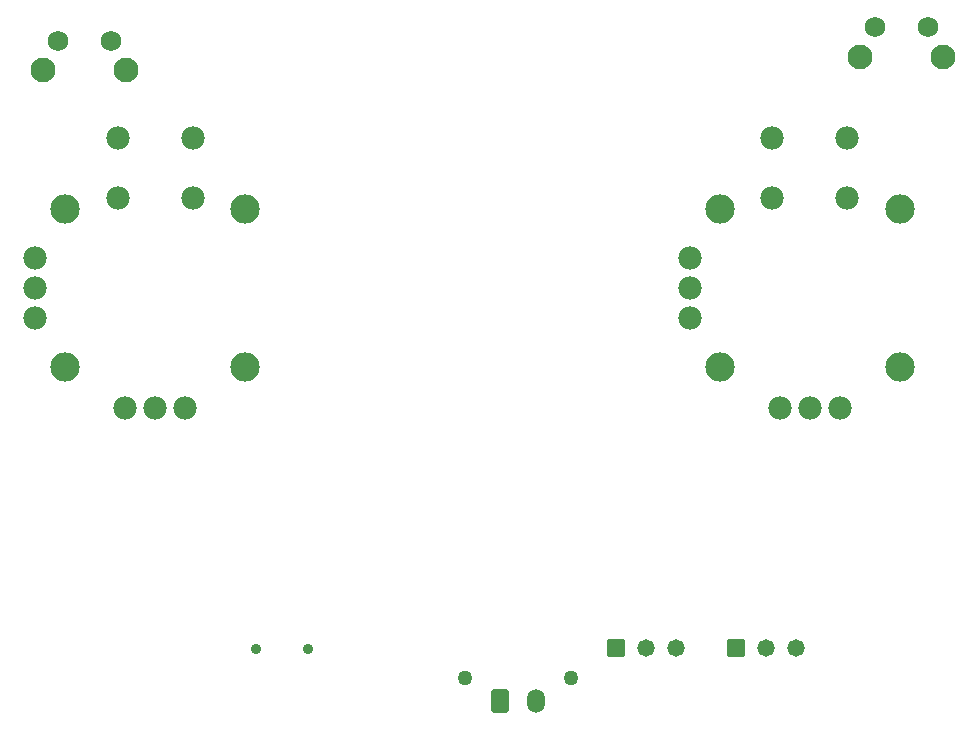
<source format=gbr>
%TF.GenerationSoftware,KiCad,Pcbnew,9.0.1*%
%TF.CreationDate,2025-04-06T10:41:45+02:00*%
%TF.ProjectId,RcSender,52635365-6e64-4657-922e-6b696361645f,rev?*%
%TF.SameCoordinates,Original*%
%TF.FileFunction,Soldermask,Bot*%
%TF.FilePolarity,Negative*%
%FSLAX46Y46*%
G04 Gerber Fmt 4.6, Leading zero omitted, Abs format (unit mm)*
G04 Created by KiCad (PCBNEW 9.0.1) date 2025-04-06 10:41:45*
%MOMM*%
%LPD*%
G01*
G04 APERTURE LIST*
G04 Aperture macros list*
%AMRoundRect*
0 Rectangle with rounded corners*
0 $1 Rounding radius*
0 $2 $3 $4 $5 $6 $7 $8 $9 X,Y pos of 4 corners*
0 Add a 4 corners polygon primitive as box body*
4,1,4,$2,$3,$4,$5,$6,$7,$8,$9,$2,$3,0*
0 Add four circle primitives for the rounded corners*
1,1,$1+$1,$2,$3*
1,1,$1+$1,$4,$5*
1,1,$1+$1,$6,$7*
1,1,$1+$1,$8,$9*
0 Add four rect primitives between the rounded corners*
20,1,$1+$1,$2,$3,$4,$5,0*
20,1,$1+$1,$4,$5,$6,$7,0*
20,1,$1+$1,$6,$7,$8,$9,0*
20,1,$1+$1,$8,$9,$2,$3,0*%
G04 Aperture macros list end*
%ADD10RoundRect,0.102000X-0.634000X-0.634000X0.634000X-0.634000X0.634000X0.634000X-0.634000X0.634000X0*%
%ADD11C,1.472000*%
%ADD12C,2.100000*%
%ADD13C,1.750000*%
%ADD14C,1.270000*%
%ADD15RoundRect,0.250001X-0.499999X-0.759999X0.499999X-0.759999X0.499999X0.759999X-0.499999X0.759999X0*%
%ADD16O,1.500000X2.020000*%
%ADD17C,1.982000*%
%ADD18C,2.490000*%
%ADD19C,0.900000*%
G04 APERTURE END LIST*
D10*
%TO.C,POT1*%
X97950000Y-135500000D03*
D11*
X100490000Y-135500000D03*
X103030000Y-135500000D03*
%TD*%
D12*
%TO.C,SW1*%
X39275000Y-86602500D03*
X46285000Y-86602500D03*
D13*
X40525000Y-84112500D03*
X45025000Y-84112500D03*
%TD*%
D14*
%TO.C,J2*%
X75000000Y-138000000D03*
X84000000Y-138000000D03*
D15*
X78000000Y-139960000D03*
D16*
X81000000Y-139960000D03*
%TD*%
D17*
%TO.C,U5*%
X45575000Y-92300000D03*
X51925000Y-92300000D03*
X45575000Y-97380000D03*
X51925000Y-97380000D03*
X46210000Y-115160000D03*
X48750000Y-115160000D03*
X51290000Y-115160000D03*
D18*
X41130000Y-98332500D03*
X41130000Y-111667500D03*
X56370000Y-111667500D03*
X56370000Y-98332500D03*
D17*
X38590000Y-102460000D03*
X38590000Y-105000000D03*
X38590000Y-107540000D03*
%TD*%
%TO.C,U6*%
X101005000Y-92300000D03*
X107355000Y-92300000D03*
X101005000Y-97380000D03*
X107355000Y-97380000D03*
X101640000Y-115160000D03*
X104180000Y-115160000D03*
X106720000Y-115160000D03*
D18*
X96560000Y-98332500D03*
X96560000Y-111667500D03*
X111800000Y-111667500D03*
X111800000Y-98332500D03*
D17*
X94020000Y-102460000D03*
X94020000Y-105000000D03*
X94020000Y-107540000D03*
%TD*%
D12*
%TO.C,SW2*%
X108475000Y-85452500D03*
X115485000Y-85452500D03*
D13*
X109725000Y-82962500D03*
X114225000Y-82962500D03*
%TD*%
D10*
%TO.C,POT2*%
X87760000Y-135500000D03*
D11*
X90300000Y-135500000D03*
X92840000Y-135500000D03*
%TD*%
D19*
%TO.C,J1*%
X57300000Y-135575000D03*
X61700000Y-135575000D03*
%TD*%
M02*

</source>
